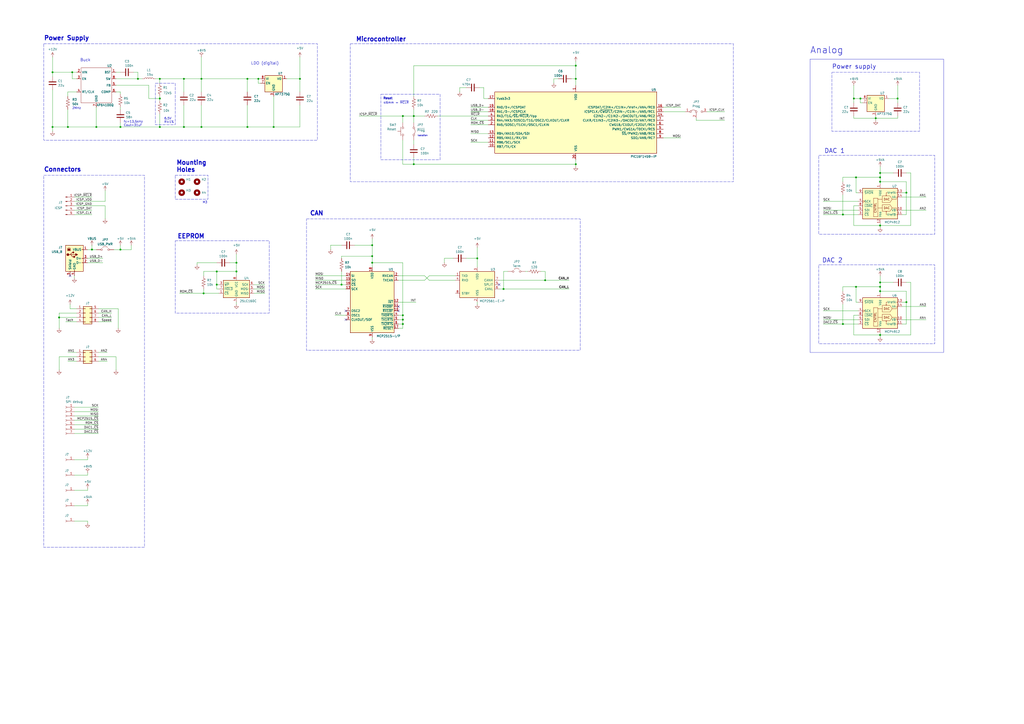
<source format=kicad_sch>
(kicad_sch (version 20250114) (generator "eeschema") (generator_version "9.0")
  (paper "A2")
  (rectangle (start 482.6 41.91) (end 533.4 76.2) (stroke (width 0) (type dash)))
  (rectangle (start 25.4 25.4) (end 184.15 81.28) (stroke (width 0) (type dash)))
  (rectangle (start 101.6 139.7) (end 156.21 181.61) (stroke (width 0) (type dash)))
  (rectangle (start 101.6 101.5999) (end 120.65 115.5699) (stroke (width 0) (type dash)))
  (rectangle (start 90.17 48.26) (end 101.6 72.39) (stroke (width 0) (type dash)))
  (rectangle (start 220.98 54.61) (end 255.27 92.71) (stroke (width 0) (type dash)))
  (rectangle (start 474.98 153.67) (end 542.29 199.39) (stroke (width 0) (type dash)))
  (rectangle (start 177.8 127) (end 336.55 203.2) (stroke (width 0) (type dash)))
  (rectangle (start 25.4 101.6) (end 83.82 317.5) (stroke (width 0) (type dash)))
  (rectangle (start 474.98 90.17) (end 542.29 135.89) (stroke (width 0) (type dash)))
  (rectangle (start 203.2 25.4) (end 425.45 105.41) (stroke (width 0) (type dash)))
  (rectangle (start 469.9 34.29) (end 547.37 204.47))
  (text "Connectors" (at 25.4 98.425 0) (effects (font (size 2.54 2.54) (thickness 0.508) (bold yes)) (justify left)))
  (text "Power Supply" (at 25.4 22.225 0) (effects (font (size 2.54 2.54) (thickness 0.508) (bold yes)) (justify left)))
  (text "LDO (digital)" (at 153.67 36.83 0) (effects (font (size 1.651 1.651))))
  (text "CAN" (at 179.705 123.825 0) (effects (font (size 2.54 2.54) (thickness 0.508) (bold yes)) (justify left)))
  (text "2MHz\n" (at 44.45 62.865 0) (effects (font (size 1.27 1.27))))
  (text "6.5V\nR±1%" (at 95.25 69.85 0) (effects (font (size 1.27 1.27)) (justify left)))
  (text "Reset" (at 222.25 57.15 0) (effects (font (size 1.27 1.27) (thickness 0.254) (bold yes)) (justify left)))
  (text "fc=13.5kHz\nCout=31uF" (at 71.755 71.755 0) (effects (font (size 1.27 1.27)) (justify left)))
  (text "Mounting\nHoles" (at 102.235 96.5199 0) (effects (font (size 2.54 2.54) (thickness 0.508) (bold yes)) (justify left)))
  (text "Power supply" (at 482.6 38.735 0) (effects (font (size 2.54 2.54) (thickness 0.254) (bold yes)) (justify left)))
  (text "M3\n" (at 117.475 117.4749 0) (effects (font (size 1.27 1.27)) (justify left)))
  (text "EEPROM" (at 102.87 137.16 0) (effects (font (size 2.54 2.54) (thickness 0.508) (bold yes)) (justify left)))
  (text "≤6mm ↔ ~{MCLR}" (at 222.25 59.69 0) (effects (font (size 1.27 1.27)) (justify left)))
  (text "DAC 1" (at 478.155 87.63 0) (effects (font (size 2.54 2.54) (thickness 0.254) (bold yes)) (justify left)))
  (text "Buck" (at 49.53 34.925 0) (effects (font (size 1.651 1.651))))
  (text "Microcontroller" (at 206.375 22.86 0) (effects (font (size 2.54 2.54) (thickness 0.508) (bold yes)) (justify left)))
  (text "Analog" (at 469.9 29.21 0) (effects (font (size 3.81 3.81) (thickness 0.254) (bold yes)) (justify left)))
  (text "Isolation" (at 245.11 78.74 0) (effects (font (size 0.889 0.889))))
  (text "DAC 2" (at 476.885 151.13 0) (effects (font (size 2.54 2.54) (thickness 0.254) (bold yes)) (justify left)))
  (junction (at 510.54 166.37))
  (junction (at 106.68 45.72))
  (junction (at 510.54 168.91))
  (junction (at 137.16 157.48))
  (junction (at 510.54 100.33))
  (junction (at 55.88 73.66))
  (junction (at 116.84 73.66))
  (junction (at 39.37 73.66))
  (junction (at 106.68 73.66))
  (junction (at 233.68 185.42))
  (junction (at 173.99 45.72))
  (junction (at 34.29 184.15))
  (junction (at 496.57 166.37))
  (junction (at 137.16 152.4))
  (junction (at 525.78 111.76))
  (junction (at 143.51 73.66))
  (junction (at 488.95 187.96))
  (junction (at 92.71 73.66))
  (junction (at 334.01 38.1))
  (junction (at 508 68.58))
  (junction (at 233.68 182.88))
  (junction (at 334.01 45.72))
  (junction (at 53.34 144.78))
  (junction (at 495.3 57.15))
  (junction (at 488.95 124.46))
  (junction (at 510.54 130.81))
  (junction (at 334.01 95.25))
  (junction (at 149.86 45.72))
  (junction (at 69.85 144.78))
  (junction (at 30.48 41.91))
  (junction (at 158.75 73.66))
  (junction (at 215.9 142.24))
  (junction (at 80.01 45.72))
  (junction (at 240.03 67.31))
  (junction (at 510.54 102.87))
  (junction (at 510.54 194.31))
  (junction (at 92.71 57.15))
  (junction (at 525.78 175.26))
  (junction (at 30.48 73.66))
  (junction (at 92.71 45.72))
  (junction (at 215.9 152.4))
  (junction (at 520.7 57.15))
  (junction (at 276.86 149.86))
  (junction (at 316.23 162.56))
  (junction (at 125.73 165.1))
  (junction (at 41.91 41.91))
  (junction (at 510.54 163.83))
  (junction (at 499.11 57.15))
  (junction (at 118.11 170.18))
  (junction (at 215.9 148.59))
  (junction (at 496.57 102.87))
  (junction (at 198.12 165.1))
  (junction (at 125.73 157.48))
  (junction (at 510.54 105.41))
  (junction (at 69.85 73.66))
  (junction (at 240.03 95.25))
  (junction (at 233.68 67.31))
  (junction (at 233.68 187.96))
  (junction (at 143.51 45.72))
  (junction (at 116.84 45.72))
  (junction (at 292.1 167.64))
  (no_connect (at 40.64 160.02))
  (no_connect (at 231.14 177.8))
  (no_connect (at 200.66 185.42))
  (no_connect (at 289.56 165.1))
  (no_connect (at 200.66 180.34))
  (no_connect (at 231.14 180.34))
  (wire (pts (xy 231.14 162.56) (xy 246.38 162.56)))
  (wire (pts (xy 240.03 95.25) (xy 240.03 91.44)))
  (wire (pts (xy 499.11 57.15) (xy 495.3 57.15)))
  (wire (pts (xy 116.84 33.02) (xy 116.84 45.72)))
  (wire (pts (xy 215.9 142.24) (xy 215.9 148.59)))
  (wire (pts (xy 50.8 302.26) (xy 50.8 303.53)))
  (wire (pts (xy 44.45 184.15) (xy 34.29 184.15)))
  (wire (pts (xy 57.15 181.61) (xy 64.77 181.61)))
  (wire (pts (xy 106.68 45.72) (xy 116.84 45.72)))
  (wire (pts (xy 495.3 182.88) (xy 497.84 182.88)))
  (wire (pts (xy 292.1 157.48) (xy 294.64 157.48)))
  (wire (pts (xy 44.45 207.01) (xy 34.29 207.01)))
  (wire (pts (xy 233.68 187.96) (xy 233.68 185.42)))
  (wire (pts (xy 495.3 119.38) (xy 497.84 119.38)))
  (wire (pts (xy 240.03 38.1) (xy 334.01 38.1)))
  (wire (pts (xy 231.14 187.96) (xy 233.68 187.96)))
  (wire (pts (xy 44.45 41.91) (xy 41.91 41.91)))
  (wire (pts (xy 384.81 80.01) (xy 394.97 80.01)))
  (wire (pts (xy 508 67.31) (xy 508 68.58)))
  (wire (pts (xy 289.56 167.64) (xy 292.1 167.64)))
  (wire (pts (xy 53.34 142.24) (xy 53.34 144.78)))
  (wire (pts (xy 510.54 168.91) (xy 510.54 170.18)))
  (wire (pts (xy 215.9 195.58) (xy 215.9 196.85)))
  (wire (pts (xy 60.96 116.84) (xy 60.96 110.49)))
  (wire (pts (xy 67.31 53.34) (xy 69.85 53.34)))
  (wire (pts (xy 499.11 59.69) (xy 499.11 57.15)))
  (wire (pts (xy 80.01 45.72) (xy 82.55 45.72)))
  (wire (pts (xy 50.8 149.86) (xy 59.69 149.86)))
  (wire (pts (xy 127 165.1) (xy 125.73 165.1)))
  (wire (pts (xy 262.89 149.86) (xy 257.81 149.86)))
  (wire (pts (xy 496.57 175.26) (xy 496.57 166.37)))
  (wire (pts (xy 149.86 48.26) (xy 149.86 45.72)))
  (wire (pts (xy 488.95 187.96) (xy 497.84 187.96)))
  (wire (pts (xy 118.11 157.48) (xy 125.73 157.48)))
  (wire (pts (xy 92.71 73.66) (xy 106.68 73.66)))
  (wire (pts (xy 240.03 38.1) (xy 240.03 55.88)))
  (wire (pts (xy 403.86 69.85) (xy 420.37 69.85)))
  (wire (pts (xy 523.24 124.46) (xy 525.78 124.46)))
  (wire (pts (xy 44.45 53.34) (xy 39.37 53.34)))
  (wire (pts (xy 477.52 180.34) (xy 497.84 180.34)))
  (wire (pts (xy 510.54 193.04) (xy 510.54 194.31)))
  (wire (pts (xy 233.68 185.42) (xy 233.68 182.88)))
  (wire (pts (xy 510.54 194.31) (xy 510.54 195.58)))
  (wire (pts (xy 525.78 168.91) (xy 510.54 168.91)))
  (wire (pts (xy 69.85 53.34) (xy 69.85 54.61)))
  (wire (pts (xy 499.11 57.15) (xy 500.38 57.15)))
  (wire (pts (xy 66.04 144.78) (xy 69.85 144.78)))
  (wire (pts (xy 149.86 45.72) (xy 151.13 45.72)))
  (wire (pts (xy 198.12 165.1) (xy 198.12 157.48)))
  (wire (pts (xy 57.15 207.01) (xy 67.31 207.01)))
  (wire (pts (xy 34.29 184.15) (xy 34.29 190.5)))
  (wire (pts (xy 44.45 181.61) (xy 34.29 181.61)))
  (wire (pts (xy 116.84 45.72) (xy 143.51 45.72)))
  (wire (pts (xy 43.18 243.84) (xy 57.15 243.84)))
  (wire (pts (xy 76.2 144.78) (xy 76.2 142.24)))
  (wire (pts (xy 273.05 82.55) (xy 283.21 82.55)))
  (wire (pts (xy 495.3 130.81) (xy 510.54 130.81)))
  (wire (pts (xy 523.24 177.8) (xy 537.21 177.8)))
  (wire (pts (xy 151.13 48.26) (xy 149.86 48.26)))
  (wire (pts (xy 528.32 130.81) (xy 510.54 130.81)))
  (wire (pts (xy 50.8 275.59) (xy 50.8 274.32)))
  (wire (pts (xy 182.88 165.1) (xy 198.12 165.1)))
  (wire (pts (xy 43.18 246.38) (xy 57.15 246.38)))
  (wire (pts (xy 497.84 111.76) (xy 496.57 111.76)))
  (wire (pts (xy 158.75 73.66) (xy 143.51 73.66)))
  (wire (pts (xy 523.24 114.3) (xy 537.21 114.3)))
  (wire (pts (xy 30.48 41.91) (xy 30.48 44.45)))
  (wire (pts (xy 69.85 144.78) (xy 76.2 144.78)))
  (wire (pts (xy 273.05 69.85) (xy 283.21 69.85)))
  (wire (pts (xy 182.88 160.02) (xy 200.66 160.02)))
  (wire (pts (xy 525.78 105.41) (xy 525.78 111.76)))
  (wire (pts (xy 496.57 102.87) (xy 510.54 102.87)))
  (wire (pts (xy 496.57 111.76) (xy 496.57 102.87)))
  (wire (pts (xy 525.78 168.91) (xy 525.78 175.26)))
  (wire (pts (xy 194.31 182.88) (xy 200.66 182.88)))
  (wire (pts (xy 477.52 185.42) (xy 497.84 185.42)))
  (wire (pts (xy 39.37 53.34) (xy 39.37 55.88)))
  (wire (pts (xy 92.71 66.04) (xy 92.71 73.66)))
  (wire (pts (xy 57.15 179.07) (xy 68.58 179.07)))
  (wire (pts (xy 118.11 160.02) (xy 118.11 157.48)))
  (wire (pts (xy 384.81 62.23) (xy 394.97 62.23)))
  (wire (pts (xy 334.01 45.72) (xy 331.47 45.72)))
  (wire (pts (xy 334.01 49.53) (xy 334.01 45.72)))
  (wire (pts (xy 215.9 148.59) (xy 215.9 152.4)))
  (wire (pts (xy 143.51 45.72) (xy 143.51 53.34)))
  (wire (pts (xy 208.28 67.31) (xy 233.68 67.31)))
  (wire (pts (xy 510.54 163.83) (xy 510.54 166.37)))
  (wire (pts (xy 68.58 179.07) (xy 68.58 190.5)))
  (wire (pts (xy 495.3 130.81) (xy 495.3 119.38)))
  (wire (pts (xy 523.24 185.42) (xy 537.21 185.42)))
  (wire (pts (xy 39.37 63.5) (xy 39.37 73.66)))
  (wire (pts (xy 50.8 293.37) (xy 50.8 292.1)))
  (wire (pts (xy 43.18 114.3) (xy 53.34 114.3)))
  (wire (pts (xy 191.77 142.24) (xy 191.77 144.78)))
  (wire (pts (xy 92.71 45.72) (xy 92.71 48.26)))
  (wire (pts (xy 57.15 209.55) (xy 62.23 209.55)))
  (wire (pts (xy 510.54 160.02) (xy 510.54 163.83)))
  (wire (pts (xy 528.32 163.83) (xy 528.32 194.31)))
  (wire (pts (xy 60.96 119.38) (xy 60.96 127)))
  (wire (pts (xy 283.21 57.15) (xy 280.67 57.15)))
  (wire (pts (xy 528.32 100.33) (xy 528.32 130.81)))
  (wire (pts (xy 173.99 45.72) (xy 173.99 53.34)))
  (wire (pts (xy 125.73 167.64) (xy 125.73 165.1)))
  (wire (pts (xy 525.78 105.41) (xy 510.54 105.41)))
  (wire (pts (xy 495.3 67.31) (xy 495.3 68.58)))
  (wire (pts (xy 125.73 157.48) (xy 137.16 157.48)))
  (wire (pts (xy 118.11 170.18) (xy 118.11 167.64)))
  (wire (pts (xy 67.31 207.01) (xy 67.31 214.63)))
  (wire (pts (xy 137.16 152.4) (xy 137.16 157.48)))
  (wire (pts (xy 147.32 170.18) (xy 153.67 170.18)))
  (wire (pts (xy 106.68 73.66) (xy 116.84 73.66)))
  (wire (pts (xy 280.67 50.8) (xy 278.13 50.8)))
  (wire (pts (xy 50.8 284.48) (xy 50.8 283.21)))
  (wire (pts (xy 520.7 68.58) (xy 520.7 67.31)))
  (wire (pts (xy 116.84 60.96) (xy 116.84 73.66)))
  (wire (pts (xy 55.88 62.23) (xy 55.88 73.66)))
  (wire (pts (xy 384.81 64.77) (xy 397.51 64.77)))
  (wire (pts (xy 270.51 149.86) (xy 276.86 149.86)))
  (wire (pts (xy 43.18 275.59) (xy 50.8 275.59)))
  (wire (pts (xy 41.91 45.72) (xy 41.91 41.91)))
  (wire (pts (xy 198.12 149.86) (xy 198.12 148.59)))
  (wire (pts (xy 280.67 57.15) (xy 280.67 50.8)))
  (wire (pts (xy 266.7 50.8) (xy 266.7 53.34)))
  (wire (pts (xy 30.48 73.66) (xy 30.48 76.2)))
  (wire (pts (xy 488.95 102.87) (xy 496.57 102.87)))
  (wire (pts (xy 520.7 57.15) (xy 515.62 57.15)))
  (wire (pts (xy 44.45 179.07) (xy 40.64 179.07)))
  (wire (pts (xy 257.81 149.86) (xy 257.81 152.4)))
  (wire (pts (xy 316.23 157.48) (xy 316.23 162.56)))
  (wire (pts (xy 39.37 204.47) (xy 44.45 204.47)))
  (wire (pts (xy 495.3 57.15) (xy 495.3 49.53)))
  (wire (pts (xy 233.68 67.31) (xy 233.68 71.12)))
  (wire (pts (xy 92.71 57.15) (xy 86.36 57.15)))
  (wire (pts (xy 233.68 152.4) (xy 233.68 182.88)))
  (wire (pts (xy 38.1 186.69) (xy 44.45 186.69)))
  (wire (pts (xy 92.71 45.72) (xy 106.68 45.72)))
  (wire (pts (xy 43.18 251.46) (xy 57.15 251.46)))
  (wire (pts (xy 57.15 184.15) (xy 64.77 184.15)))
  (wire (pts (xy 240.03 81.28) (xy 240.03 83.82)))
  (wire (pts (xy 233.68 152.4) (xy 215.9 152.4)))
  (wire (pts (xy 86.36 49.53) (xy 67.31 49.53)))
  (wire (pts (xy 510.54 105.41) (xy 510.54 106.68)))
  (wire (pts (xy 57.15 186.69) (xy 64.77 186.69)))
  (wire (pts (xy 40.64 179.07) (xy 40.64 176.53)))
  (wire (pts (xy 273.05 77.47) (xy 283.21 77.47)))
  (wire (pts (xy 158.75 55.88) (xy 158.75 73.66)))
  (wire (pts (xy 200.66 165.1) (xy 198.12 165.1)))
  (wire (pts (xy 30.48 33.02) (xy 30.48 41.91)))
  (wire (pts (xy 316.23 162.56) (xy 330.2 162.56)))
  (wire (pts (xy 233.68 67.31) (xy 240.03 67.31)))
  (wire (pts (xy 528.32 194.31) (xy 510.54 194.31)))
  (wire (pts (xy 198.12 148.59) (xy 215.9 148.59)))
  (wire (pts (xy 92.71 57.15) (xy 92.71 58.42)))
  (wire (pts (xy 173.99 73.66) (xy 158.75 73.66)))
  (wire (pts (xy 525.78 175.26) (xy 525.78 187.96)))
  (wire (pts (xy 510.54 96.52) (xy 510.54 100.33)))
  (wire (pts (xy 50.8 144.78) (xy 53.34 144.78)))
  (wire (pts (xy 231.14 190.5) (xy 233.68 190.5)))
  (wire (pts (xy 304.8 157.48) (xy 306.07 157.48)))
  (wire (pts (xy 104.14 170.18) (xy 118.11 170.18)))
  (wire (pts (xy 495.3 194.31) (xy 510.54 194.31)))
  (wire (pts (xy 270.51 50.8) (xy 266.7 50.8)))
  (wire (pts (xy 334.01 95.25) (xy 334.01 96.52)))
  (wire (pts (xy 410.21 64.77) (xy 420.37 64.77)))
  (wire (pts (xy 55.88 73.66) (xy 39.37 73.66)))
  (wire (pts (xy 510.54 100.33) (xy 518.16 100.33)))
  (wire (pts (xy 43.18 241.3) (xy 57.15 241.3)))
  (wire (pts (xy 43.18 238.76) (xy 57.15 238.76)))
  (wire (pts (xy 510.54 166.37) (xy 510.54 168.91)))
  (wire (pts (xy 488.95 168.91) (xy 488.95 166.37)))
  (wire (pts (xy 500.38 59.69) (xy 499.11 59.69)))
  (wire (pts (xy 254 67.31) (xy 283.21 67.31)))
  (wire (pts (xy 106.68 45.72) (xy 106.68 53.34)))
  (wire (pts (xy 523.24 175.26) (xy 525.78 175.26)))
  (wire (pts (xy 233.68 81.28) (xy 233.68 95.25)))
  (wire (pts (xy 92.71 73.66) (xy 69.85 73.66)))
  (wire (pts (xy 43.18 284.48) (xy 50.8 284.48)))
  (wire (pts (xy 488.95 166.37) (xy 496.57 166.37)))
  (wire (pts (xy 273.05 64.77) (xy 283.21 64.77)))
  (wire (pts (xy 488.95 124.46) (xy 497.84 124.46)))
  (wire (pts (xy 520.7 49.53) (xy 520.7 57.15)))
  (wire (pts (xy 69.85 62.23) (xy 69.85 63.5)))
  (wire (pts (xy 147.32 167.64) (xy 153.67 167.64)))
  (wire (pts (xy 510.54 102.87) (xy 510.54 105.41)))
  (wire (pts (xy 57.15 204.47) (xy 62.23 204.47)))
  (wire (pts (xy 173.99 33.02) (xy 173.99 45.72)))
  (wire (pts (xy 44.45 45.72) (xy 41.91 45.72)))
  (wire (pts (xy 496.57 166.37) (xy 510.54 166.37)))
  (wire (pts (xy 77.47 41.91) (xy 80.01 41.91)))
  (wire (pts (xy 248.92 160.02) (xy 246.38 162.56)))
  (wire (pts (xy 39.37 209.55) (xy 44.45 209.55)))
  (wire (pts (xy 90.17 45.72) (xy 92.71 45.72)))
  (wire (pts (xy 495.3 68.58) (xy 508 68.58)))
  (wire (pts (xy 488.95 113.03) (xy 488.95 124.46)))
  (wire (pts (xy 321.31 45.72) (xy 323.85 45.72)))
  (wire (pts (xy 137.16 175.26) (xy 137.16 176.53)))
  (wire (pts (xy 34.29 207.01) (xy 34.29 214.63)))
  (wire (pts (xy 231.14 182.88) (xy 233.68 182.88)))
  (wire (pts (xy 495.3 57.15) (xy 495.3 59.69)))
  (wire (pts (xy 137.16 157.48) (xy 137.16 160.02)))
  (wire (pts (xy 125.73 157.48) (xy 125.73 165.1)))
  (wire (pts (xy 510.54 130.81) (xy 510.54 132.08)))
  (wire (pts (xy 313.69 157.48) (xy 316.23 157.48)))
  (wire (pts (xy 92.71 55.88) (xy 92.71 57.15)))
  (wire (pts (xy 334.01 92.71) (xy 334.01 95.25)))
  (wire (pts (xy 116.84 45.72) (xy 116.84 53.34)))
  (wire (pts (xy 477.52 187.96) (xy 488.95 187.96)))
  (wire (pts (xy 67.31 45.72) (xy 80.01 45.72)))
  (wire (pts (xy 43.18 248.92) (xy 57.15 248.92)))
  (wire (pts (xy 173.99 60.96) (xy 173.99 73.66)))
  (wire (pts (xy 495.3 194.31) (xy 495.3 182.88)))
  (wire (pts (xy 34.29 181.61) (xy 34.29 184.15)))
  (wire (pts (xy 292.1 167.64) (xy 292.1 157.48)))
  (wire (pts (xy 80.01 41.91) (xy 80.01 45.72)))
  (wire (pts (xy 182.88 167.64) (xy 200.66 167.64)))
  (wire (pts (xy 50.8 266.7) (xy 50.8 265.43)))
  (wire (pts (xy 43.18 293.37) (xy 50.8 293.37)))
  (wire (pts (xy 143.51 73.66) (xy 116.84 73.66)))
  (wire (pts (xy 69.85 73.66) (xy 55.88 73.66)))
  (wire (pts (xy 133.35 152.4) (xy 137.16 152.4)))
  (wire (pts (xy 273.05 72.39) (xy 283.21 72.39)))
  (wire (pts (xy 67.31 41.91) (xy 69.85 41.91)))
  (wire (pts (xy 137.16 147.32) (xy 137.16 152.4)))
  (wire (pts (xy 240.03 95.25) (xy 334.01 95.25)))
  (wire (pts (xy 69.85 71.12) (xy 69.85 73.66)))
  (wire (pts (xy 525.78 100.33) (xy 528.32 100.33)))
  (wire (pts (xy 198.12 142.24) (xy 191.77 142.24)))
  (wire (pts (xy 215.9 138.43) (xy 215.9 142.24)))
  (wire (pts (xy 510.54 100.33) (xy 510.54 102.87)))
  (wire (pts (xy 43.18 116.84) (xy 60.96 116.84)))
  (wire (pts (xy 240.03 67.31) (xy 246.38 67.31)))
  (wire (pts (xy 523.24 111.76) (xy 525.78 111.76)))
  (wire (pts (xy 289.56 162.56) (xy 316.23 162.56)))
  (wire (pts (xy 50.8 152.4) (xy 59.69 152.4)))
  (wire (pts (xy 30.48 52.07) (xy 30.48 73.66)))
  (wire (pts (xy 43.18 119.38) (xy 60.96 119.38)))
  (wire (pts (xy 520.7 59.69) (xy 520.7 57.15)))
  (wire (pts (xy 240.03 67.31) (xy 240.03 71.12)))
  (wire (pts (xy 215.9 152.4) (xy 215.9 154.94)))
  (wire (pts (xy 233.68 95.25) (xy 240.03 95.25)))
  (wire (pts (xy 147.32 165.1) (xy 153.67 165.1)))
  (wire (pts (xy 106.68 60.96) (xy 106.68 73.66)))
  (wire (pts (xy 41.91 41.91) (xy 30.48 41.91)))
  (wire (pts (xy 43.18 124.46) (xy 53.34 124.46)))
  (wire (pts (xy 43.18 160.02) (xy 43.18 161.29)))
  (wire (pts (xy 127 167.64) (xy 125.73 167.64)))
  (wire (pts (xy 43.18 302.26) (xy 50.8 302.26)))
  (wire (pts (xy 523.24 121.92) (xy 537.21 121.92)))
  (wire (pts (xy 205.74 142.24) (xy 215.9 142.24)))
  (wire (pts (xy 508 68.58) (xy 520.7 68.58)))
  (wire (pts (xy 231.14 160.02) (xy 246.38 160.02)))
  (wire (pts (xy 488.95 105.41) (xy 488.95 102.87)))
  (wire (pts (xy 488.95 176.53) (xy 488.95 187.96)))
  (wire (pts (xy 143.51 60.96) (xy 143.51 73.66)))
  (wire (pts (xy 321.31 48.26) (xy 321.31 45.72)))
  (wire (pts (xy 276.86 175.26) (xy 276.86 176.53)))
  (wire (pts (xy 523.24 187.96) (xy 525.78 187.96)))
  (wire (pts (xy 43.18 236.22) (xy 57.15 236.22)))
  (wire (pts (xy 477.52 124.46) (xy 488.95 124.46)))
  (wire (pts (xy 149.86 45.72) (xy 143.51 45.72)))
  (wire (pts (xy 114.3 152.4) (xy 114.3 153.67)))
  (wire (pts (xy 86.36 57.15) (xy 86.36 49.53)))
  (wire (pts (xy 114.3 152.4) (xy 125.73 152.4)))
  (wire (pts (xy 497.84 175.26) (xy 496.57 175.26)))
  (wire (pts (xy 403.86 68.58) (xy 403.86 69.85)))
  (wire (pts (xy 508 68.58) (xy 508 69.85)))
  (wire (pts (xy 334.01 38.1) (xy 334.01 45.72)))
  (wire (pts (xy 276.86 143.51) (xy 276.86 149.86)))
  (wire (pts (xy 127 170.18) (xy 118.11 170.18)))
  (wire (pts (xy 233.68 190.5) (xy 233.68 187.96)))
  (wire (pts (xy 39.37 73.66) (xy 30.48 73.66)))
  (wire (pts (xy 525.78 163.83) (xy 528.32 163.83)))
  (wire (pts (xy 510.54 163.83) (xy 518.16 163.83)))
  (wire (pts (xy 53.34 144.78) (xy 55.88 144.78)))
  (wire (pts (xy 477.52 121.92) (xy 497.84 121.92)))
  (wire (pts (xy 334.01 35.56) (xy 334.01 38.1)))
  (wire (pts (xy 292.1 167.64) (xy 330.2 167.64)))
  (wire (pts (xy 231.14 175.26) (xy 241.3 175.26)))
  (wire (pts (xy 166.37 45.72) (xy 173.99 45.72)))
  (wire (pts (xy 231.14 185.42) (xy 233.68 185.42)))
  (wire (pts (xy 510.54 129.54) (xy 510.54 130.81)))
  (wire (pts (xy 43.18 266.7) (xy 50.8 266.7)))
  (wire (pts (xy 273.05 62.23) (xy 283.21 62.23)))
  (wire (pts (xy 248.92 162.56) (xy 264.16 162.56)))
  (wire (pts (xy 477.52 116.84) (xy 497.84 116.84)))
  (wire (pts (xy 182.88 162.56) (xy 200.66 162.56)))
  (wire (pts (xy 248.92 160.02) (xy 264.16 160.02)))
  (wire (pts (xy 69.85 144.78) (xy 69.85 142.24)))
  (wire (pts (xy 246.38 160.02) (xy 248.92 162.56)))
  (wire (pts (xy 525.78 111.76) (xy 525.78 124.46)))
  (wire (pts (xy 240.03 63.5) (xy 240.03 67.31)))
  (wire (pts (xy 43.18 121.92) (xy 53.34 121.92)))
  (wire (pts (xy 276.86 149.86) (xy 276.86 154.94)))
  (label "DAC1_~{CS}" (at 477.52 124.46 0))
  (label "MISO" (at 57.15 241.3 180))
  (label "CAN_H" (at 330.2 162.56 180) (effects (font (thickness 0.254) (bold yes))))
  (label "SCK" (at 153.67 165.1 180) (effects (font (thickness 0.1588))))
  (label "Speed" (at 64.77 186.69 180) (effects (font (thickness 0.1588))))
  (label "CLK" (at 273.05 69.85 0))
  (label "MOSI" (at 394.97 80.01 180) (effects (font (thickness 0.1588))))
  (label "ICSP_DAT" (at 394.97 62.23 180))
  (label "CAN_L" (at 64.77 184.15 180))
  (label "ROM_~{CS}" (at 104.14 170.18 0) (effects (font (thickness 0.1588))))
  (label "MOSI" (at 182.88 160.02 0) (effects (font (thickness 0.1588))))
  (label "AN3" (at 39.37 209.55 0) (effects (font (thickness 0.1588))))
  (label "AN1" (at 537.21 114.3 180))
  (label "MCP2515_~{CS}" (at 57.15 243.84 180))
  (label "INT" (at 420.37 69.85 180))
  (label "CLK" (at 194.31 182.88 0))
  (label "MISO" (at 153.67 170.18 180) (effects (font (thickness 0.1588))))
  (label "INT" (at 241.3 175.26 180) (effects (font (thickness 0.1588))))
  (label "MOSI" (at 153.67 167.64 180) (effects (font (thickness 0.1588))))
  (label "ICSP_CLK" (at 53.34 124.46 180))
  (label "AN2" (at 62.23 204.47 180) (effects (font (thickness 0.1588))))
  (label "SCK" (at 273.05 82.55 0) (effects (font (thickness 0.1588))))
  (label "Tach" (at 38.1 186.69 0) (effects (font (thickness 0.1588))))
  (label "MCP2515_~{CS}" (at 182.88 165.1 0) (effects (font (thickness 0.1588))))
  (label "ICSP_CLK" (at 420.37 64.77 180))
  (label "USB_D+" (at 273.05 62.23 0))
  (label "SCK" (at 477.52 180.34 0) (effects (font (thickness 0.1588))))
  (label "ROM_~{CS}" (at 57.15 246.38 180))
  (label "AN1" (at 39.37 204.47 0) (effects (font (thickness 0.1588))))
  (label "USB_D-" (at 273.05 64.77 0))
  (label "SCK" (at 57.15 236.22 180))
  (label "AN4" (at 62.23 209.55 180) (effects (font (thickness 0.1588))))
  (label "MOSI" (at 477.52 121.92 0))
  (label "AN4" (at 537.21 185.42 180))
  (label "MISO" (at 182.88 162.56 0) (effects (font (thickness 0.1588))))
  (label "DAC1_~{CS}" (at 57.15 248.92 180))
  (label "MOSI" (at 57.15 238.76 180))
  (label "~{MCLR}" (at 273.05 67.31 0))
  (label "AN3" (at 537.21 177.8 180))
  (label "DAC2_~{CS}" (at 57.15 251.46 180))
  (label "USB_D-" (at 59.69 152.4 180))
  (label "ICSP_VDD" (at 53.34 116.84 180))
  (label "AN2" (at 537.21 121.92 180))
  (label "USB_D+" (at 59.69 149.86 180))
  (label "SCK" (at 182.88 167.64 0) (effects (font (thickness 0.1588))))
  (label "ICSP_GND" (at 53.34 119.38 180))
  (label "ROM_~{CS}" (at 273.05 72.39 0))
  (label "ICSP_DAT" (at 53.34 121.92 180))
  (label "ICSP_~{MCLR}" (at 53.34 114.3 180))
  (label "MISO" (at 273.05 77.47 0) (effects (font (thickness 0.1588))))
  (label "ICSP_~{MCLR}" (at 208.28 67.31 0))
  (label "MOSI" (at 477.52 185.42 0))
  (label "CAN_L" (at 330.2 167.64 180) (effects (font (thickness 0.254) (bold yes))))
  (label "SCK" (at 477.52 116.84 0) (effects (font (thickness 0.1588))))
  (label "DAC2_~{CS}" (at 477.52 187.96 0))
  (label "CAN_H" (at 64.77 181.61 180) (effects (font (thickness 0.1588))))
  (symbol (lib_id "power:GND") (at 215.9 196.85 0) (unit 1)
    (property "Reference" "#PWR028" (effects (hide yes)))
    (property "Value" "GND" (effects (hide yes)))
    (property "Description" "Power symbol creates a global label with name \"GND\" , ground" (effects (hide yes)))
  )
  (symbol (lib_id "Connector:USB_B") (at 43.18 149.86 0) (unit 1)
    (property "Reference" "J?" (at 36.195 143.51 0) (effects (justify right)))
    (property "Value" "USB_B" (at 36.195 146.05 0) (effects (justify right)))
    (property "Description" "USB Type B connector" (effects (hide yes)))
  )
  (symbol (lib_id "power:GND") (at 50.8 303.53 0) (unit 1)
    (property "Reference" "#PWR039" (effects (hide yes)))
    (property "Value" "GND" (effects (hide yes)))
    (property "Description" "Power symbol creates a global label with name \"GND\" , ground" (effects (hide yes)))
  )
  (symbol (lib_id "Device:C") (at 173.99 57.15 0) (unit 1)
    (property "Reference" "C?" (at 177.8 55.8799 0) (effects (justify left)))
    (property "Value" "22u" (at 177.8 58.4199 0) (effects (justify left)))
    (property "Description" "Unpolarized capacitor" (effects (hide yes)))
  )
  (symbol (lib_id "power:+12V") (at 40.64 176.53 0) (unit 1)
    (property "Reference" "#PWR029" (effects (hide yes)))
    (property "Value" "+12V" (at 40.64 171.45 0))
    (property "Description" "Power symbol creates a global label with name \"+12V\"" (effects (hide yes)))
  )
  (symbol (lib_id "power:GND") (at 68.58 190.5 0) (unit 1)
    (property "Reference" "#PWR033" (effects (hide yes)))
    (property "Value" "GND" (effects (hide yes)))
    (property "Description" "Power symbol creates a global label with name \"GND\" , ground" (effects (hide yes)))
  )
  (symbol (lib_id "Device:C") (at 129.54 152.4 90) (unit 1)
    (property "Reference" "C?" (at 129.54 146.05 90))
    (property "Value" "100n" (at 129.54 148.59 90))
    (property "Description" "Unpolarized capacitor" (effects (hide yes)))
  )
  (symbol (lib_id "Jumper:Jumper_2_Bridged") (at 240.03 76.2 270) (mirror x) (unit 1)
    (property "Reference" "JP?" (at 241.935 72.39 90) (effects (justify left)))
    (property "Value" "~{Prog}" (at 241.935 75.565 90) (effects (justify left)))
    (property "Description" "Jumper, 2-pole, closed/bridged" (effects (hide yes)))
  )
  (symbol (lib_id "Device:C") (at 266.7 149.86 90) (unit 1)
    (property "Reference" "C?" (at 266.7 143.51 90))
    (property "Value" "100n" (at 266.7 146.05 90))
    (property "Description" "Unpolarized capacitor" (effects (hide yes)))
  )
  (symbol (lib_id "power:+5V") (at 173.99 33.02 0) (unit 1)
    (property "Reference" "#PWR06" (effects (hide yes)))
    (property "Value" "+5V" (at 173.99 27.94 0))
    (property "Description" "Power symbol creates a global label with name \"+5V\"" (effects (hide yes)))
  )
  (symbol (lib_id "Device:C") (at 106.68 57.15 180) (unit 1)
    (property "Reference" "C2" (at 111.125 55.245 0))
    (property "Value" "22u" (at 111.76 57.785 0))
    (property "Description" "Unpolarized capacitor" (effects (hide yes)))
  )
  (symbol (lib_id "Device:C") (at 30.48 48.26 0) (unit 1)
    (property "Reference" "C1" (at 34.925 46.99 0))
    (property "Value" "22u" (at 35.56 49.53 0))
    (property "Description" "Unpolarized capacitor" (effects (hide yes)))
  )
  (symbol (lib_id "Device:C") (at 495.3 63.5 0) (unit 1)
    (property "Reference" "C?" (at 492.125 62.23 0) (effects (justify right)))
    (property "Value" "22u" (at 492.125 64.77 0) (effects (justify right)))
    (property "Description" "Unpolarized capacitor" (effects (hide yes)))
  )
  (symbol (lib_id "Memory_EEPROM:25LCxxx") (at 137.16 167.64 0) (unit 1)
    (property "Reference" "U4" (at 141.605 161.29 0) (effects (justify left)))
    (property "Value" "25LC160C" (at 139.065 174.625 0) (effects (justify left)))
    (property "Datasheet" "http://ww1.microchip.com/downloads/en/DeviceDoc/21832H.pdf" (effects (hide yes)))
    (property "Description" "SPI Serial EEPROM, DIP-8/SOIC-8/TSSOP-8" (effects (hide yes)))
  )
  (symbol (lib_id "Jumper:Jumper_3_Bridged12") (at 403.86 64.77 0) (unit 1) (in_bom no)
    (property "Reference" "JP?" (at 403.86 59.055 0))
    (property "Value" "Prog" (at 403.86 61.595 0))
    (property "Description" "Jumper, 3-pole, pins 1+2 closed/bridged" (effects (hide yes)))
  )
  (symbol (lib_id "power:GND") (at 510.54 132.08 0) (unit 1)
    (property "Reference" "#PWR017" (effects (hide yes)))
    (property "Value" "GND" (effects (hide yes)))
    (property "Description" "Power symbol creates a global label with name \"GND\" , ground" (effects (hide yes)))
  )
  (symbol (lib_id "power:GND") (at 510.54 195.58 0) (unit 1)
    (property "Reference" "#PWR019" (effects (hide yes)))
    (property "Value" "GND" (effects (hide yes)))
    (property "Description" "Power symbol creates a global label with name \"GND\" , ground" (effects (hide yes)))
  )
  (symbol (lib_id "power:GND") (at 334.01 96.52 0) (unit 1)
    (property "Reference" "#PWR01" (effects (hide yes)))
    (property "Value" "GND" (effects (hide yes)))
    (property "Description" "Power symbol creates a global label with name \"GND\" , ground" (effects (hide yes)))
  )
  (symbol (lib_id "Device:R_US") (at 198.12 153.67 0) (unit 1)
    (property "Reference" "R?" (at 200.025 152.4 0) (effects (justify left)))
    (property "Value" "10k" (at 200.025 154.94 0) (effects (justify left)))
    (property "Description" "Resistor, US symbol" (effects (hide yes)))
  )
  (symbol (lib_id "Device:R_US") (at 118.11 163.83 0) (unit 1)
    (property "Reference" "R?" (at 120.015 162.56 0) (effects (justify left)))
    (property "Value" "10k" (at 120.015 165.1 0) (effects (justify left)))
    (property "Description" "Resistor, US symbol" (effects (hide yes)))
  )
  (symbol (lib_id "Mechanical:MountingHole") (at 105.41 105.4099 0) (unit 1) (exclude_from_sim yes) (in_bom no)
    (property "Reference" "H1" (at 107.95 104.1398 0) (effects (justify left)))
    (property "Value" "MountingHole" (effects (hide yes)))
    (property "Footprint" "MountingHole:MountingHole_3.2mm_M3_DIN965" (effects (hide yes)))
    (property "Description" "Mounting Hole without connection" (effects (hide yes)))
  )
  (symbol (lib_id "power:GND") (at 67.31 214.63 0) (unit 1)
    (property "Reference" "#PWR035" (effects (hide yes)))
    (property "Value" "GND" (effects (hide yes)))
    (property "Description" "Power symbol creates a global label with name \"GND\" , ground" (effects (hide yes)))
  )
  (symbol (lib_id "Connector:Conn_01x07_Socket") (at 38.1 243.84 0) (mirror y) (unit 1)
    (property "Reference" "J?" (at 38.1 230.505 0) (effects (justify right)))
    (property "Value" "SPI debug" (at 38.1 233.045 0) (effects (justify right)))
    (property "Description" "Generic connector, single row, 01x07, script generated" (effects (hide yes)))
  )
  (symbol (lib_id "Jumper:Jumper_2_Open") (at 60.96 144.78 0) (unit 1)
    (property "Reference" "JP?" (at 60.96 139.065 0))
    (property "Value" "USB_PWR" (at 60.96 141.605 0))
    (property "Description" "Jumper, 2-pole, open" (effects (hide yes)))
  )
  (symbol (lib_id "symbols:AP64100") (at 55.88 49.53 0) (unit 1)
    (property "Reference" "U2" (at 63.5 38.1 0))
    (property "Value" "AP64100Q" (at 60.96 60.96 0))
    (property "Footprint" "Package_SO:Diodes_SO-8EP" (effects (hide yes)))
    (property "Datasheet" "https://www.diodes.com/assets/Datasheets/AP64100.pdf" (effects (hide yes)))
    (property "Description" "3.8V to40V input, 1A low IQ synchronous buck with adjustable frequency" (effects (hide yes)))
  )
  (symbol (lib_id "Device:C") (at 143.51 57.15 0) (unit 1)
    (property "Reference" "C?" (at 147.32 55.8799 0) (effects (justify left)))
    (property "Value" "22u" (at 147.32 58.4199 0) (effects (justify left)))
    (property "Description" "Unpolarized capacitor" (effects (hide yes)))
  )
  (symbol (lib_id "Device:C") (at 201.93 142.24 90) (unit 1)
    (property "Reference" "C?" (at 201.93 135.89 90))
    (property "Value" "100n" (at 201.93 138.43 90))
    (property "Description" "Unpolarized capacitor" (effects (hide yes)))
  )
  (symbol (lib_id "Connector_Generic:Conn_02x04_Top_Bottom") (at 49.53 181.61 0) (unit 1)
    (property "Reference" "J?" (at 50.8 175.895 0))
    (property "Value" "Conn_02x04_Top_Bottom" (effects (hide yes)))
    (property "Footprint" "Connector_Molex:Molex_Mini-Fit_Jr_5569-08A2_2x04_P4.20mm_Horizontal" (effects (hide yes)))
    (property "Datasheet" "https://www.molex.com/en-us/products/part-detail/39300080?display=pdf" (effects (hide yes)))
    (property "Description" "Generic connector, double row, 02x04, top/bottom pin numbering scheme (row 1: 1...pins_per_row, row2: pins_per_row+1 ... num_pins), script generated (kicad-library-utils/schlib/autogen/connector/)" (effects (hide yes)))
  )
  (symbol (lib_id "Device:R_US") (at 69.85 58.42 180) (unit 1)
    (property "Reference" "R5" (at 73.025 57.15 0))
    (property "Value" "10k" (at 73.66 59.69 0))
    (property "Description" "Resistor, US symbol" (effects (hide yes)))
  )
  (symbol (lib_id "Device:C") (at 520.7 63.5 0) (unit 1)
    (property "Reference" "C?" (at 523.875 62.23 0) (effects (justify left)))
    (property "Value" "22u" (at 523.875 64.77 0) (effects (justify left)))
    (property "Description" "Unpolarized capacitor" (effects (hide yes)))
  )
  (symbol (lib_id "Device:R_US") (at 39.37 59.69 0) (unit 1)
    (property "Reference" "R3" (at 41.91 57.7849 0) (effects (justify left)))
    (property "Value" "50k" (at 41.91 60.3249 0) (effects (justify left)))
    (property "Description" "Resistor, US symbol" (effects (hide yes)))
  )
  (symbol (lib_id "Device:C") (at 240.03 87.63 0) (unit 1)
    (property "Reference" "C?" (at 243.84 86.3599 0) (effects (justify left)))
    (property "Value" "100n" (at 243.84 88.8999 0) (effects (justify left)))
    (property "Description" "Unpolarized capacitor" (effects (hide yes)))
  )
  (symbol (lib_id "Device:R_US") (at 92.71 62.23 180) (unit 1)
    (property "Reference" "R2" (at 95.885 60.96 0))
    (property "Value" "10k" (at 96.52 64.135 0))
    (property "Description" "Resistor, US symbol" (effects (hide yes)))
  )
  (symbol (lib_id "Interface_CAN_LIN:MCP2515-xSO") (at 215.9 175.26 0) (unit 1)
    (property "Reference" "U1" (at 225.425 156.21 0) (effects (justify left)))
    (property "Value" "MCP2515-I/P" (at 218.44 194.945 0) (effects (justify left)))
    (property "Footprint" "Package_SO:SOIC-18W_7.5x11.6mm_P1.27mm" (effects (hide yes)))
    (property "Datasheet" "http://ww1.microchip.com/downloads/en/DeviceDoc/21801e.pdf" (effects (hide yes)))
    (property "Description" "Stand-Alone CAN Controller with SPI Interface, SOIC-18" (effects (hide yes)))
  )
  (symbol (lib_id "power:GND") (at 508 69.85 0) (unit 1)
    (property "Reference" "#PWR022" (effects (hide yes)))
    (property "Value" "GND" (effects (hide yes)))
    (property "Description" "Power symbol creates a global label with name \"GND\" , ground" (effects (hide yes)))
  )
  (symbol (lib_id "power:+5V") (at 69.85 142.24 0) (unit 1)
    (property "Reference" "#PWR032" (effects (hide yes)))
    (property "Value" "+5V" (at 69.85 138.43 0))
    (property "Description" "Power symbol creates a global label with name \"+5V\"" (effects (hide yes)))
  )
  (symbol (lib_id "Device:C") (at 521.97 163.83 90) (unit 1)
    (property "Reference" "C8" (at 521.97 157.48 90))
    (property "Value" "100n" (at 521.97 160.02 90))
    (property "Description" "Unpolarized capacitor" (effects (hide yes)))
  )
  (symbol (lib_id "Analog_DAC:MCP4912") (at 510.54 116.84 0) (unit 1)
    (property "Reference" "U?" (at 517.525 107.95 0) (effects (justify left)))
    (property "Value" "MCP4912" (at 513.08 128.905 0) (effects (justify left)))
    (property "Datasheet" "http://ww1.microchip.com/downloads/en/DeviceDoc/22250A.pdf" (effects (hide yes)))
    (property "Description" "2-Channel 10-Bit D/A Converters with SPI Interface" (effects (hide yes)))
  )
  (symbol (lib_id "Device:R_US") (at 250.19 67.31 90) (unit 1)
    (property "Reference" "R?" (at 247.65 64.77 90))
    (property "Value" "220" (at 252.095 64.77 90))
    (property "Description" "Resistor, US symbol" (effects (hide yes)))
  )
  (symbol (lib_id "Connector:Conn_01x01_Socket") (at 38.1 266.7 0) (mirror y) (unit 1)
    (property "Reference" "J?" (at 38.735 263.525 0))
    (property "Value" "Conn_01x01_Socket" (effects (hide yes)))
    (property "Description" "Generic connector, single row, 01x01, script generated" (effects (hide yes)))
  )
  (symbol (lib_id "power:GND") (at 34.29 190.5 0) (unit 1)
    (property "Reference" "#PWR030" (effects (hide yes)))
    (property "Value" "GND" (effects (hide yes)))
    (property "Description" "Power symbol creates a global label with name \"GND\" , ground" (effects (hide yes)))
  )
  (symbol (lib_id "Connector:Conn_01x01_Socket") (at 38.1 293.37 0) (mirror y) (unit 1)
    (property "Reference" "J?" (at 38.735 290.195 0))
    (property "Value" "Conn_01x01_Socket" (effects (hide yes)))
    (property "Description" "Generic connector, single row, 01x01, script generated" (effects (hide yes)))
  )
  (symbol (lib_id "power:GND") (at 43.18 161.29 0) (unit 1)
    (property "Reference" "#PWR08" (effects (hide yes)))
    (property "Value" "GND" (effects (hide yes)))
    (property "Description" "Power symbol creates a global label with name \"GND\" , ground" (effects (hide yes)))
  )
  (symbol (lib_id "Device:C") (at 73.66 41.91 270) (unit 1)
    (property "Reference" "C3" (at 73.66 35.56 90))
    (property "Value" "100n" (at 74.93 38.1 90))
    (property "Description" "Unpolarized capacitor" (effects (hide yes)))
  )
  (symbol (lib_id "power:+12V") (at 30.48 33.02 0) (unit 1)
    (property "Reference" "#PWR04" (effects (hide yes)))
    (property "Value" "+12V" (at 30.48 28.575 0))
    (property "Description" "Power symbol creates a global label with name \"+12V\"" (effects (hide yes)))
  )
  (symbol (lib_id "Connector_Generic:Conn_02x03_Top_Bottom") (at 49.53 207.01 0) (unit 1)
    (property "Reference" "J?" (at 50.8 201.295 0))
    (property "Value" "Analog" (effects (hide yes)))
    (property "Description" "Generic connector, double row, 02x03, top/bottom pin numbering scheme (row 1: 1...pins_per_row, row2: pins_per_row+1 ... num_pins), script generated (kicad-library-utils/schlib/autogen/connector/)" (effects (hide yes)))
  )
  (symbol (lib_id "Connector:Conn_01x01_Socket") (at 38.1 275.59 0) (mirror y) (unit 1)
    (property "Reference" "J?" (at 38.735 273.05 0))
    (property "Value" "Conn_01x01_Socket" (effects (hide yes)))
    (property "Description" "Generic connector, single row, 01x01, script generated" (effects (hide yes)))
  )
  (symbol (lib_id "Interface_CAN_LIN:MCP2561-E-P") (at 276.86 165.1 0) (unit 1)
    (property "Reference" "U3" (at 284.48 156.21 0) (effects (justify left)))
    (property "Value" "MCP2561-E-P" (at 278.13 174.625 0) (effects (justify left)))
    (property "Footprint" "Package_DIP:DIP-8_W7.62mm" (effects (hide yes)))
    (property "Datasheet" "http://ww1.microchip.com/downloads/en/DeviceDoc/25167A.pdf" (effects (hide yes)))
    (property "Description" "High-Speed CAN Transceiver, 1Mbps, 5V supply, SPLIT pin, -40C to +125C, DIP-8" (effects (hide yes)))
  )
  (symbol (lib_id "symbols:AP7375Q") (at 508 57.15 0) (unit 1)
    (property "Reference" "U?" (at 511.81 53.975 0))
    (property "Value" "AP7375Q" (at 513.08 66.04 0))
    (property "Footprint" "Package_SO:Diodes_SO-8EP" (effects (hide yes)))
    (property "Datasheet" "https://www.diodes.com/assets/Datasheets/AP7375Q.pdf" (effects (hide yes)))
    (property "Description" "300mA LDO, automotive compliant, SO-8EP" (effects (hide yes)))
  )
  (symbol (lib_id "Connector:Conn_01x01_Socket") (at 38.1 302.26 0) (mirror y) (unit 1)
    (property "Reference" "J?" (at 38.735 299.085 0))
    (property "Value" "Conn_01x01_Socket" (effects (hide yes)))
    (property "Description" "Generic connector, single row, 01x01, script generated" (effects (hide yes)))
  )
  (symbol (lib_id "Mechanical:MountingHole") (at 114.3 111.7599 0) (unit 1) (exclude_from_sim yes) (in_bom no)
    (property "Reference" "H4" (at 116.84 111.7598 0) (effects (justify left)))
    (property "Value" "MountingHole" (effects (hide yes)))
    (property "Footprint" "MountingHole:MountingHole_3.2mm_M3_DIN965" (effects (hide yes)))
    (property "Description" "Mounting Hole without connection" (effects (hide yes)))
  )
  (symbol (lib_id "Device:R_US") (at 240.03 59.69 0) (unit 1)
    (property "Reference" "R?" (at 241.935 58.42 0) (effects (justify left)))
    (property "Value" "10k" (at 241.935 60.96 0) (effects (justify left)))
    (property "Description" "Resistor, US symbol" (effects (hide yes)))
  )
  (symbol (lib_id "power:+5VA") (at 510.54 160.02 0) (mirror y) (unit 1)
    (property "Reference" "#PWR018" (effects (hide yes)))
    (property "Value" "+5VA" (at 510.54 156.21 0))
    (property "Description" "Power symbol creates a global label with name \"+5VA\"" (effects (hide yes)))
  )
  (symbol (lib_id "power:GND") (at 137.16 176.53 0) (unit 1)
    (property "Reference" "#PWR011" (effects (hide yes)))
    (property "Value" "GND" (effects (hide yes)))
    (property "Description" "Power symbol creates a global label with name \"GND\" , ground" (effects (hide yes)))
  )
  (symbol (lib_id "power:GND") (at 321.31 48.26 0) (unit 1)
    (property "Reference" "#PWR03" (effects (hide yes)))
    (property "Value" "GND" (effects (hide yes)))
    (property "Description" "Power symbol creates a global label with name \"GND\" , ground" (effects (hide yes)))
  )
  (symbol (lib_id "power:GND") (at 257.81 152.4 0) (unit 1)
    (property "Reference" "#PWR024" (effects (hide yes)))
    (property "Value" "GND" (effects (hide yes)))
    (property "Description" "Power symbol creates a global label with name \"GND\" , ground" (effects (hide yes)))
  )
  (symbol (lib_id "Device:C") (at 327.66 45.72 270) (unit 1)
    (property "Reference" "C6" (at 325.12 41.275 90))
    (property "Value" "100n" (at 323.85 43.815 90))
    (property "Description" "Unpolarized capacitor" (effects (hide yes)))
  )
  (symbol (lib_id "power:+5V") (at 137.16 147.32 0) (unit 1)
    (property "Reference" "#PWR020" (effects (hide yes)))
    (property "Value" "+5V" (at 137.16 142.24 0))
    (property "Description" "Power symbol creates a global label with name \"+5V\"" (effects (hide yes)))
  )
  (symbol (lib_id "power:+5V") (at 215.9 138.43 0) (unit 1)
    (property "Reference" "#PWR027" (effects (hide yes)))
    (property "Value" "+5V" (at 215.9 133.35 0))
    (property "Description" "Power symbol creates a global label with name \"+5V\"" (effects (hide yes)))
  )
  (symbol (lib_id "Connector:Conn_01x05_Pin") (at 38.1 119.38 0) (unit 1)
    (property "Reference" "J?" (at 36.195 117.475 0) (effects (justify right)))
    (property "Value" "ICSP" (at 36.195 120.65 0) (effects (justify right)))
    (property "Description" "Generic connector, single row, 01x05, script generated" (effects (hide yes)))
  )
  (symbol (lib_id "symbols:AP7375Q") (at 158.75 45.72 0) (unit 1)
    (property "Reference" "U?" (at 162.56 42.545 0))
    (property "Value" "AP7375Q" (at 163.83 54.61 0))
    (property "Footprint" "Package_SO:Diodes_SO-8EP" (effects (hide yes)))
    (property "Datasheet" "https://www.diodes.com/assets/Datasheets/AP7375Q.pdf" (effects (hide yes)))
    (property "Description" "300mA LDO, automotive compliant, SO-8EP" (effects (hide yes)))
  )
  (symbol (lib_id "power:GND") (at 60.96 127 0) (unit 1)
    (property "Reference" "#PWR09" (effects (hide yes)))
    (property "Value" "GND" (effects (hide yes)))
    (property "Description" "Power symbol creates a global label with name \"GND\" , ground" (effects (hide yes)))
  )
  (symbol (lib_id "Device:C") (at 69.85 67.31 180) (unit 1)
    (property "Reference" "C5" (at 74.295 65.405 0))
    (property "Value" "58n" (at 74.93 67.945 0))
    (property "Description" "Unpolarized capacitor" (effects (hide yes)))
  )
  (symbol (lib_id "power:GND") (at 114.3 153.67 0) (unit 1)
    (property "Reference" "#PWR021" (effects (hide yes)))
    (property "Value" "GND" (effects (hide yes)))
    (property "Description" "Power symbol creates a global label with name \"GND\" , ground" (effects (hide yes)))
  )
  (symbol (lib_id "Mechanical:MountingHole") (at 114.3 105.4099 0) (unit 1) (exclude_from_sim yes) (in_bom no)
    (property "Reference" "H2" (at 116.84 104.1398 0) (effects (justify left)))
    (property "Value" "MountingHole" (effects (hide yes)))
    (property "Footprint" "MountingHole:MountingHole_3.2mm_M3_DIN965" (effects (hide yes)))
    (property "Description" "Mounting Hole without connection" (effects (hide yes)))
  )
  (symbol (lib_id "power:+5V") (at 276.86 143.51 0) (unit 1)
    (property "Reference" "#PWR025" (effects (hide yes)))
    (property "Value" "+5V" (at 276.86 138.43 0))
    (property "Description" "Power symbol creates a global label with name \"+5V\"" (effects (hide yes)))
  )
  (symbol (lib_id "power:+5VA") (at 520.7 49.53 0) (mirror y) (unit 1)
    (property "Reference" "#PWR040" (effects (hide yes)))
    (property "Value" "+5VA" (at 520.7 45.72 0))
    (property "Description" "Power symbol creates a global label with name \"+5VA\"" (effects (hide yes)))
  )
  (symbol (lib_id "power:VBUS") (at 53.34 142.24 0) (unit 1)
    (property "Reference" "#PWR031" (effects (hide yes)))
    (property "Value" "VBUS" (at 53.34 138.43 0))
    (property "Description" "Power symbol creates a global label with name \"VBUS\"" (effects (hide yes)))
  )
  (symbol (lib_id "power:PWR_FLAG") (at 50.8 274.32 0) (unit 1)
    (property "Reference" "#FLG03" (effects (hide yes)))
    (property "Value" "+6V5" (at 50.8 270.51 0))
    (property "Description" "Special symbol for telling ERC where power comes from" (effects (hide yes)))
  )
  (symbol (lib_id "power:+5VA") (at 510.54 96.52 0) (mirror y) (unit 1)
    (property "Reference" "#PWR016" (effects (hide yes)))
    (property "Value" "+5VA" (at 510.54 92.71 0))
    (property "Description" "Power symbol creates a global label with name \"+5VA\"" (effects (hide yes)))
  )
  (symbol (lib_id "power:GND") (at 191.77 144.78 0) (unit 1)
    (property "Reference" "#PWR026" (effects (hide yes)))
    (property "Value" "GND" (effects (hide yes)))
    (property "Description" "Power symbol creates a global label with name \"GND\" , ground" (effects (hide yes)))
  )
  (symbol (lib_id "power:GND") (at 34.29 214.63 0) (unit 1)
    (property "Reference" "#PWR034" (effects (hide yes)))
    (property "Value" "GND" (effects (hide yes)))
    (property "Description" "Power symbol creates a global label with name \"GND\" , ground" (effects (hide yes)))
  )
  (symbol (lib_id "power:GND") (at 30.48 76.2 0) (unit 1)
    (property "Reference" "#PWR05" (effects (hide yes)))
    (property "Value" "GND" (effects (hide yes)))
    (property "Description" "Power symbol creates a global label with name \"GND\" , ground" (effects (hide yes)))
  )
  (symbol (lib_id "Jumper:Jumper_2_Open") (at 299.72 157.48 0) (unit 1)
    (property "Reference" "JP?" (at 299.72 151.765 0))
    (property "Value" "Term" (at 299.72 154.305 0))
    (property "Description" "Jumper, 2-pole, open" (effects (hide yes)))
  )
  (symbol (lib_id "power:+5VA") (at 76.2 142.24 0) (mirror y) (unit 1)
    (property "Reference" "#PWR041" (effects (hide yes)))
    (property "Value" "+5VA" (at 76.2 138.43 0))
    (property "Description" "Power symbol creates a global label with name \"+5VA\"" (effects (hide yes)))
  )
  (symbol (lib_id "Mechanical:MountingHole") (at 105.41 111.7599 0) (unit 1) (exclude_from_sim yes) (in_bom no)
    (property "Reference" "H3" (at 107.95 110.4898 0) (effects (justify left)))
    (property "Value" "MountingHole" (effects (hide yes)))
    (property "Footprint" "MountingHole:MountingHole_3.2mm_M3_DIN965" (effects (hide yes)))
    (property "Description" "Mounting Hole without connection" (effects (hide yes)))
  )
  (symbol (lib_id "power:+5V") (at 60.96 110.49 0) (unit 1)
    (property "Reference" "#PWR010" (effects (hide yes)))
    (property "Value" "+5V" (at 60.96 106.68 0))
    (property "Description" "Power symbol creates a global label with name \"+5V\"" (effects (hide yes)))
  )
  (symbol (lib_id "power:PWR_FLAG") (at 116.84 33.02 0) (unit 1)
    (property "Reference" "#FLG01" (effects (hide yes)))
    (property "Value" "+6V5" (at 116.84 29.21 0))
    (property "Description" "Special symbol for telling ERC where power comes from" (effects (hide yes)))
  )
  (symbol (lib_id "Device:C") (at 521.97 100.33 90) (unit 1)
    (property "Reference" "C?" (at 521.97 93.98 90))
    (property "Value" "100n" (at 521.97 96.52 90))
    (property "Description" "Unpolarized capacitor" (effects (hide yes)))
  )
  (symbol (lib_id "Device:C") (at 116.84 57.15 180) (unit 1)
    (property "Reference" "C4" (at 121.285 55.245 0))
    (property "Value" "22u" (at 121.92 57.785 0))
    (property "Description" "Unpolarized capacitor" (effects (hide yes)))
  )
  (symbol (lib_id "power:+5VA") (at 50.8 292.1 0) (unit 1)
    (property "Reference" "#PWR038" (effects (hide yes)))
    (property "Value" "+5VA" (at 50.8 288.29 0))
    (property "Description" "Power symbol creates a global label with name \"+5VA\"" (effects (hide yes)))
  )
  (symbol (lib_id "power:+12V") (at 50.8 265.43 0) (unit 1)
    (property "Reference" "#PWR036" (effects (hide yes)))
    (property "Value" "+12V" (at 50.8 261.62 0))
    (property "Description" "Power symbol creates a global label with name \"+12V\"" (effects (hide yes)))
  )
  (symbol (lib_id "Analog_DAC:MCP4912") (at 510.54 180.34 0) (unit 1)
    (property "Reference" "U6" (at 517.525 171.45 0) (effects (justify left)))
    (property "Value" "MCP4912" (at 513.08 192.405 0) (effects (justify left)))
    (property "Datasheet" "http://ww1.microchip.com/downloads/en/DeviceDoc/22250A.pdf" (effects (hide yes)))
    (property "Description" "2-Channel 10-Bit D/A Converters with SPI Interface" (effects (hide yes)))
  )
  (symbol (lib_id "Device:R_US") (at 488.95 109.22 0) (unit 1)
    (property "Reference" "R?" (at 490.855 107.95 0) (effects (justify left)))
    (property "Value" "10k" (at 490.855 110.49 0) (effects (justify left)))
    (property "Description" "Resistor, US symbol" (effects (hide yes)))
  )
  (symbol (lib_id "Device:R_US") (at 92.71 52.07 180) (unit 1)
    (property "Reference" "R1" (at 95.885 50.8 0))
    (property "Value" "72k5" (at 97.155 53.975 0))
    (property "Description" "Resistor, US symbol" (effects (hide yes)))
  )
  (symbol (lib_id "power:GND") (at 276.86 176.53 0) (unit 1)
    (property "Reference" "#PWR023" (effects (hide yes)))
    (property "Value" "GND" (effects (hide yes)))
    (property "Description" "Power symbol creates a global label with name \"GND\" , ground" (effects (hide yes)))
  )
  (symbol (lib_id "Device:C") (at 274.32 50.8 270) (unit 1)
    (property "Reference" "C7" (at 271.78 46.355 90))
    (property "Value" "470n" (at 270.51 48.895 90))
    (property "Description" "Unpolarized capacitor" (effects (hide yes)))
  )
  (symbol (lib_id "MCU_Microchip_PIC16:PIC16F1459-IP") (at 334.01 67.31 0) (unit 1)
    (property "Reference" "U5" (at 377.825 52.07 0) (effects (justify left)))
    (property "Value" "PIC16F1459-IP" (at 365.76 90.805 0) (effects (justify left)))
    (property "Datasheet" "http://ww1.microchip.com/downloads/en/DeviceDoc/41639A.pdf" (effects (hide yes)))
    (property "Description" "PIC16F1454, 8192W FLASH, 1024B SRAM, PDIP-20" (effects (hide yes)))
  )
  (symbol (lib_id "power:+5V") (at 334.01 35.56 0) (unit 1)
    (property "Reference" "#PWR02" (effects (hide yes)))
    (property "Value" "+5V" (at 334.01 30.48 0))
    (property "Description" "Power symbol creates a global label with name \"+5V\"" (effects (hide yes)))
  )
  (symbol (lib_id "Device:R_US") (at 488.95 172.72 0) (unit 1)
    (property "Reference" "R4" (at 490.855 171.45 0) (effects (justify left)))
    (property "Value" "10k" (at 490.855 173.99 0) (effects (justify left)))
    (property "Description" "Resistor, US symbol" (effects (hide yes)))
  )
  (symbol (lib_id "power:GND") (at 266.7 53.34 0) (unit 1)
    (property "Reference" "#PWR07" (effects (hide yes)))
    (property "Value" "GND" (effects (hide yes)))
    (property "Description" "Power symbol creates a global label with name \"GND\" , ground" (effects (hide yes)))
  )
  (symbol (lib_id "Connector:Conn_01x01_Socket") (at 38.1 284.48 0) (mirror y) (unit 1)
    (property "Reference" "J?" (at 38.735 281.305 0))
    (property "Value" "Conn_01x01_Socket" (effects (hide yes)))
    (property "Description" "Generic connector, single row, 01x01, script generated" (effects (hide yes)))
  )
  (symbol (lib_id "power:+5V") (at 50.8 283.21 0) (unit 1)
    (property "Reference" "#PWR037" (effects (hide yes)))
    (property "Value" "+5V" (at 50.8 279.4 0))
    (property "Description" "Power symbol creates a global label with name \"+5V\"" (effects (hide yes)))
  )
  (symbol (lib_id "Device:R_US") (at 309.88 157.48 90) (unit 1)
    (property "Reference" "R?" (at 309.88 152.4 90))
    (property "Value" "120" (at 309.88 154.94 90))
    (property "Description" "Resistor, US symbol" (effects (hide yes)))
  )
  (symbol (lib_id "Device:L") (at 86.36 45.72 90) (unit 1)
    (property "Reference" "L1" (at 86.36 40.64 90))
    (property "Value" "15u" (at 86.995 43.18 90))
    (property "Description" "Inductor" (effects (hide yes)))
  )
  (symbol (lib_id "Switch:SW_Push") (at 233.68 76.2 90) (unit 1)
    (property "Reference" "SW?" (at 229.87 72.39 90) (effects (justify left)))
    (property "Value" "Reset" (at 229.87 74.93 90) (effects (justify left)))
    (property "Footprint" "Button_Switch_THT:SW_PUSH-12mm" (effects (hide yes)))
    (property "Description" "Push button switch, generic, two pins" (effects (hide yes)))
  )
  (symbol (lib_id "power:PWR_FLAG") (at 495.3 49.53 0) (unit 1)
    (property "Reference" "#FLG02" (effects (hide yes)))
    (property "Value" "+6V5" (at 495.3 45.72 0))
    (property "Description" "Special symbol for telling ERC where power comes from" (effects (hide yes)))
  )
)
</source>
